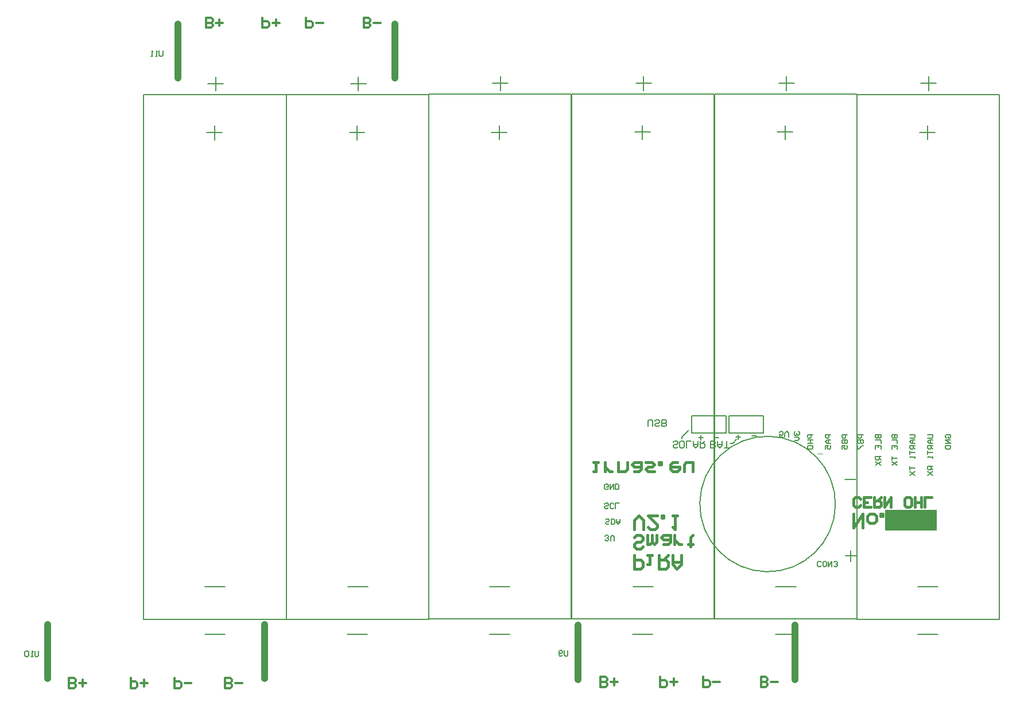
<source format=gbo>
G04*
G04 #@! TF.GenerationSoftware,Altium Limited,Altium Designer,22.8.2 (66)*
G04*
G04 Layer_Color=32896*
%FSAX25Y25*%
%MOIN*%
G70*
G04*
G04 #@! TF.SameCoordinates,6D899778-4568-4F72-86F0-953F423F45E2*
G04*
G04*
G04 #@! TF.FilePolarity,Positive*
G04*
G01*
G75*
%ADD15C,0.00394*%
%ADD16C,0.00787*%
%ADD17C,0.01181*%
%ADD18C,0.00591*%
%ADD196C,0.01575*%
%ADD199C,0.03937*%
%ADD238R,0.30000X0.12362*%
D15*
X0700385Y0414765D02*
X0703337D01*
D16*
X0670629Y0346267D02*
G03*
X0670621Y0346267I0000779J0039364D01*
G01*
X0346441Y0630038D02*
X0355418D01*
X0350930Y0625786D02*
Y0633936D01*
X0391810Y0318562D02*
Y0623562D01*
X0309132Y0318562D02*
X0391810D01*
X0309132D02*
Y0623483D01*
X0309211Y0623562D01*
X0391810D01*
X0350195Y0597262D02*
Y0605412D01*
X0345707Y0601514D02*
X0354683D01*
X0344512Y0309802D02*
X0356205D01*
X0344723Y0337420D02*
X0356416D01*
X0427497Y0337434D02*
X0439190D01*
X0427286Y0309816D02*
X0438979D01*
X0428481Y0601529D02*
X0437458D01*
X0432970Y0597277D02*
Y0605426D01*
X0391985Y0623576D02*
X0474584D01*
X0391907Y0623497D02*
X0391985Y0623576D01*
X0391907Y0318576D02*
Y0623497D01*
Y0318576D02*
X0474584D01*
Y0623576D01*
X0433704Y0625800D02*
Y0633950D01*
X0429216Y0630052D02*
X0438192D01*
X0594938Y0630269D02*
X0603914D01*
X0599426Y0626017D02*
Y0634166D01*
X0640306Y0318792D02*
Y0623792D01*
X0557629Y0318792D02*
X0640306D01*
X0557629D02*
Y0623714D01*
X0557708Y0623792D01*
X0640306D01*
X0598692Y0597493D02*
Y0605643D01*
X0594204Y0601745D02*
X0603180D01*
X0593009Y0310033D02*
X0604702D01*
X0593220Y0337651D02*
X0604913D01*
X0510077Y0337617D02*
X0521770D01*
X0509866Y0309999D02*
X0521559D01*
X0511061Y0601711D02*
X0520037D01*
X0515549Y0597459D02*
Y0605609D01*
X0474565Y0623759D02*
X0557163D01*
X0474486Y0623680D02*
X0474565Y0623759D01*
X0474486Y0318759D02*
Y0623680D01*
Y0318759D02*
X0557163D01*
Y0623759D01*
X0516283Y0625983D02*
Y0634132D01*
X0511795Y0630235D02*
X0520772D01*
X0760464Y0630182D02*
X0769440D01*
X0764952Y0625930D02*
Y0634080D01*
X0805832Y0318706D02*
Y0623706D01*
X0723155Y0318706D02*
X0805832D01*
X0723155D02*
Y0623627D01*
X0723233Y0623706D01*
X0805832D01*
X0764218Y0597407D02*
Y0605556D01*
X0759729Y0601658D02*
X0768706D01*
X0758534Y0309946D02*
X0770227D01*
X0758745Y0337564D02*
X0770438D01*
X0676119Y0337631D02*
X0687812D01*
X0675909Y0310013D02*
X0687602D01*
X0677103Y0601725D02*
X0686080D01*
X0681592Y0597473D02*
Y0605623D01*
X0640607Y0623773D02*
X0723206D01*
X0640529Y0623694D02*
X0640607Y0623773D01*
X0640529Y0318773D02*
Y0623694D01*
Y0318773D02*
X0723206D01*
Y0623773D01*
X0682326Y0625997D02*
Y0634147D01*
X0677838Y0630249D02*
X0686814D01*
X0621488Y0423466D02*
Y0424489D01*
X0653418Y0423073D02*
Y0423111D01*
X0649520Y0420907D02*
X0651251D01*
X0653418Y0423073D01*
X0627237Y0426733D02*
Y0436733D01*
X0647236Y0426733D02*
Y0436733D01*
X0649048Y0426733D02*
Y0436733D01*
X0669047Y0426733D02*
Y0436733D01*
X0621488Y0424489D02*
X0625504Y0428505D01*
X0649048Y0426733D02*
X0669047D01*
X0716528Y0355434D02*
X0722866D01*
X0716410Y0399726D02*
X0722748D01*
X0649048Y0436733D02*
X0669047D01*
X0719776Y0352363D02*
Y0358702D01*
X0627237Y0426733D02*
X0647236D01*
X0627237Y0436733D02*
X0647236D01*
X0576999Y0364869D02*
X0577523Y0364345D01*
X0578573D01*
X0579098Y0364869D01*
Y0365394D01*
X0578573Y0365919D01*
X0578048D01*
X0578573D01*
X0579098Y0366444D01*
Y0366968D01*
X0578573Y0367493D01*
X0577523D01*
X0576999Y0366968D01*
X0580147Y0364345D02*
Y0366444D01*
X0581197Y0367493D01*
X0582246Y0366444D01*
Y0364345D01*
X0708142Y0425985D02*
X0704993D01*
Y0424411D01*
X0705518Y0423886D01*
X0706568D01*
X0707093Y0424411D01*
Y0425985D01*
X0708142Y0422837D02*
X0706043D01*
X0704993Y0421787D01*
X0706043Y0420738D01*
X0708142D01*
X0706568D01*
Y0422837D01*
X0704993Y0417589D02*
Y0419688D01*
X0706568D01*
X0706043Y0418639D01*
Y0418114D01*
X0706568Y0417589D01*
X0707617D01*
X0708142Y0418114D01*
Y0419163D01*
X0707617Y0419688D01*
X0717748Y0425985D02*
X0714600D01*
Y0424411D01*
X0715124Y0423886D01*
X0716174D01*
X0716699Y0424411D01*
Y0425985D01*
X0714600Y0422837D02*
X0717748D01*
Y0421262D01*
X0717224Y0420738D01*
X0716699D01*
X0716174Y0421262D01*
Y0422837D01*
Y0421262D01*
X0715649Y0420738D01*
X0715124D01*
X0714600Y0421262D01*
Y0422837D01*
Y0417589D02*
Y0419688D01*
X0716174D01*
X0715649Y0418639D01*
Y0418114D01*
X0716174Y0417589D01*
X0717224D01*
X0717748Y0418114D01*
Y0419163D01*
X0717224Y0419688D01*
X0726882Y0425985D02*
X0723734D01*
Y0424411D01*
X0724258Y0423886D01*
X0725308D01*
X0725833Y0424411D01*
Y0425985D01*
X0723734Y0422837D02*
X0726882D01*
Y0421262D01*
X0726357Y0420738D01*
X0725833D01*
X0725308Y0421262D01*
Y0422837D01*
Y0421262D01*
X0724783Y0420738D01*
X0724258D01*
X0723734Y0421262D01*
Y0422837D01*
Y0419688D02*
Y0417589D01*
X0724258D01*
X0726357Y0419688D01*
X0726882D01*
X0753970Y0425985D02*
X0756594D01*
X0757118Y0425461D01*
Y0424411D01*
X0756594Y0423886D01*
X0753970D01*
X0757118Y0422837D02*
X0755019D01*
X0753970Y0421787D01*
X0755019Y0420738D01*
X0757118D01*
X0755544D01*
Y0422837D01*
X0757118Y0419688D02*
X0753970D01*
Y0418114D01*
X0754494Y0417589D01*
X0755544D01*
X0756069Y0418114D01*
Y0419688D01*
Y0418639D02*
X0757118Y0417589D01*
X0753970Y0416540D02*
Y0414440D01*
Y0415490D01*
X0757118D01*
Y0413391D02*
Y0412341D01*
Y0412866D01*
X0753970D01*
X0754494Y0413391D01*
X0753970Y0407619D02*
Y0405519D01*
Y0406569D01*
X0757118D01*
X0753970Y0404470D02*
X0757118Y0402371D01*
X0753970D02*
X0757118Y0404470D01*
X0640347Y0424214D02*
X0642971D01*
X0631292Y0424293D02*
X0633915D01*
X0632604Y0422981D02*
Y0425605D01*
X0653142Y0424529D02*
X0655766D01*
X0654454Y0423217D02*
Y0425841D01*
X0662473Y0425199D02*
X0665097D01*
X0680399Y0424648D02*
X0678300D01*
Y0426222D01*
X0679349Y0425697D01*
X0679874D01*
X0680399Y0426222D01*
Y0427272D01*
X0679874Y0427796D01*
X0678824D01*
X0678300Y0427272D01*
X0681448Y0424648D02*
Y0426747D01*
X0682498Y0427796D01*
X0683547Y0426747D01*
Y0424648D01*
X0687368Y0427796D02*
X0686844Y0427272D01*
Y0426222D01*
X0687368Y0425697D01*
X0687893D01*
X0688418Y0426222D01*
Y0426747D01*
Y0426222D01*
X0688943Y0425697D01*
X0689468D01*
X0689992Y0426222D01*
Y0427272D01*
X0689468Y0427796D01*
X0686844Y0424648D02*
X0688943D01*
X0689992Y0423598D01*
X0688943Y0422549D01*
X0686844D01*
X0619152Y0418847D02*
X0618496Y0418191D01*
X0617184D01*
X0616528Y0418847D01*
Y0419503D01*
X0617184Y0420159D01*
X0618496D01*
X0619152Y0420815D01*
Y0421471D01*
X0618496Y0422127D01*
X0617184D01*
X0616528Y0421471D01*
X0622431Y0418191D02*
X0621119D01*
X0620464Y0418847D01*
Y0421471D01*
X0621119Y0422127D01*
X0622431D01*
X0623087Y0421471D01*
Y0418847D01*
X0622431Y0418191D01*
X0624399D02*
Y0422127D01*
X0627023D01*
X0628335D02*
Y0419503D01*
X0629647Y0418191D01*
X0630959Y0419503D01*
Y0422127D01*
Y0420159D01*
X0628335D01*
X0632271Y0422127D02*
Y0418191D01*
X0634239D01*
X0634895Y0418847D01*
Y0420159D01*
X0634239Y0420815D01*
X0632271D01*
X0633583D02*
X0634895Y0422127D01*
X0697748Y0425985D02*
X0694600D01*
Y0424411D01*
X0695124Y0423886D01*
X0696174D01*
X0696699Y0424411D01*
Y0425985D01*
X0694600Y0422837D02*
X0697748D01*
X0696174D01*
Y0420738D01*
X0694600D01*
X0697748D01*
X0695124Y0419688D02*
X0694600Y0419163D01*
Y0418114D01*
X0695124Y0417589D01*
X0697224D01*
X0697748Y0418114D01*
Y0419163D01*
X0697224Y0419688D01*
X0695124D01*
X0734049Y0425985D02*
X0737197D01*
Y0424411D01*
X0736672Y0423886D01*
X0736148D01*
X0735623Y0424411D01*
Y0425985D01*
Y0424411D01*
X0735098Y0423886D01*
X0734573D01*
X0734049Y0424411D01*
Y0425985D01*
Y0422837D02*
X0737197D01*
Y0420738D01*
X0734049Y0417589D02*
Y0419688D01*
X0737197D01*
Y0417589D01*
X0735623Y0419688D02*
Y0418639D01*
X0737197Y0413391D02*
X0734049D01*
Y0411817D01*
X0734573Y0411292D01*
X0735623D01*
X0736148Y0411817D01*
Y0413391D01*
Y0412341D02*
X0737197Y0411292D01*
X0734049Y0410242D02*
X0737197Y0408143D01*
X0734049D02*
X0737197Y0410242D01*
X0743615Y0425985D02*
X0746764D01*
Y0424411D01*
X0746239Y0423886D01*
X0745715D01*
X0745190Y0424411D01*
Y0425985D01*
Y0424411D01*
X0744665Y0423886D01*
X0744140D01*
X0743615Y0424411D01*
Y0425985D01*
Y0422837D02*
X0746764D01*
Y0420738D01*
X0743615Y0417589D02*
Y0419688D01*
X0746764D01*
Y0417589D01*
X0745190Y0419688D02*
Y0418639D01*
X0743615Y0413391D02*
Y0411292D01*
Y0412341D01*
X0746764D01*
X0743615Y0410242D02*
X0746764Y0408143D01*
X0743615D02*
X0746764Y0410242D01*
X0764285Y0425985D02*
X0766909D01*
X0767433Y0425461D01*
Y0424411D01*
X0766909Y0423886D01*
X0764285D01*
X0767433Y0422837D02*
X0765334D01*
X0764285Y0421787D01*
X0765334Y0420738D01*
X0767433D01*
X0765859D01*
Y0422837D01*
X0767433Y0419688D02*
X0764285D01*
Y0418114D01*
X0764810Y0417589D01*
X0765859D01*
X0766384Y0418114D01*
Y0419688D01*
Y0418639D02*
X0767433Y0417589D01*
X0764285Y0416540D02*
Y0414440D01*
Y0415490D01*
X0767433D01*
Y0413391D02*
Y0412341D01*
Y0412866D01*
X0764285D01*
X0764810Y0413391D01*
X0767433Y0407619D02*
X0764285D01*
Y0406044D01*
X0764810Y0405519D01*
X0765859D01*
X0766384Y0406044D01*
Y0407619D01*
Y0406569D02*
X0767433Y0405519D01*
X0764285Y0404470D02*
X0767433Y0402371D01*
X0764285D02*
X0767433Y0404470D01*
X0775158Y0423886D02*
X0774634Y0424411D01*
Y0425461D01*
X0775158Y0425985D01*
X0777257D01*
X0777782Y0425461D01*
Y0424411D01*
X0777257Y0423886D01*
X0776208D01*
Y0424936D01*
X0777782Y0422837D02*
X0774634D01*
X0777782Y0420738D01*
X0774634D01*
Y0419688D02*
X0777782D01*
Y0418114D01*
X0777257Y0417589D01*
X0775158D01*
X0774634Y0418114D01*
Y0419688D01*
X0578902Y0383480D02*
X0578378Y0382955D01*
X0577328D01*
X0576803Y0383480D01*
Y0384004D01*
X0577328Y0384529D01*
X0578378D01*
X0578902Y0385054D01*
Y0385579D01*
X0578378Y0386103D01*
X0577328D01*
X0576803Y0385579D01*
X0582051Y0383480D02*
X0581526Y0382955D01*
X0580477D01*
X0579952Y0383480D01*
Y0385579D01*
X0580477Y0386103D01*
X0581526D01*
X0582051Y0385579D01*
X0583101Y0382955D02*
Y0386103D01*
X0585200D01*
X0602014Y0430735D02*
Y0434014D01*
X0602670Y0434670D01*
X0603982D01*
X0604638Y0434014D01*
Y0430735D01*
X0608574Y0431391D02*
X0607918Y0430735D01*
X0606606D01*
X0605950Y0431391D01*
Y0432047D01*
X0606606Y0432702D01*
X0607918D01*
X0608574Y0433358D01*
Y0434014D01*
X0607918Y0434670D01*
X0606606D01*
X0605950Y0434014D01*
X0609886Y0430735D02*
Y0434670D01*
X0611854D01*
X0612510Y0434014D01*
Y0433358D01*
X0611854Y0432702D01*
X0609886D01*
X0611854D01*
X0612510Y0432047D01*
Y0431391D01*
X0611854Y0430735D01*
X0609886D01*
X0579454Y0374306D02*
X0578929Y0373782D01*
X0577879D01*
X0577355Y0374306D01*
Y0374831D01*
X0577879Y0375356D01*
X0578929D01*
X0579454Y0375881D01*
Y0376405D01*
X0578929Y0376930D01*
X0577879D01*
X0577355Y0376405D01*
X0580503Y0373782D02*
Y0376930D01*
X0582078D01*
X0582602Y0376405D01*
Y0374306D01*
X0582078Y0373782D01*
X0580503D01*
X0583652Y0376930D02*
Y0374831D01*
X0584701Y0373782D01*
X0585751Y0374831D01*
Y0376930D01*
Y0375356D01*
X0583652D01*
X0578824Y0394621D02*
X0578299Y0394097D01*
X0577249D01*
X0576725Y0394621D01*
Y0396720D01*
X0577249Y0397245D01*
X0578299D01*
X0578824Y0396720D01*
Y0395671D01*
X0577774D01*
X0579873Y0397245D02*
Y0394097D01*
X0581972Y0397245D01*
Y0394097D01*
X0583022D02*
Y0397245D01*
X0584596D01*
X0585121Y0396720D01*
Y0394621D01*
X0584596Y0394097D01*
X0583022D01*
X0638418Y0418270D02*
Y0422206D01*
X0640385D01*
X0641041Y0421550D01*
Y0420894D01*
X0640385Y0420238D01*
X0638418D01*
X0640385D01*
X0641041Y0419582D01*
Y0418926D01*
X0640385Y0418270D01*
X0638418D01*
X0642353Y0422206D02*
Y0419582D01*
X0643665Y0418270D01*
X0644977Y0419582D01*
Y0422206D01*
Y0420238D01*
X0642353D01*
X0646289Y0418270D02*
X0648913D01*
X0647601D01*
Y0422206D01*
D17*
X0356318Y0278590D02*
Y0284494D01*
X0359270D01*
X0360254Y0283510D01*
Y0282526D01*
X0359270Y0281542D01*
X0356318D01*
X0359270D01*
X0360254Y0280558D01*
Y0279574D01*
X0359270Y0278590D01*
X0356318D01*
X0362222Y0281542D02*
X0366158D01*
X0436830Y0662409D02*
Y0668313D01*
X0439782D01*
X0440766Y0667329D01*
Y0666345D01*
X0439782Y0665361D01*
X0436830D01*
X0439782D01*
X0440766Y0664377D01*
Y0663393D01*
X0439782Y0662409D01*
X0436830D01*
X0442734Y0665361D02*
X0446670D01*
X0378011Y0668313D02*
Y0662409D01*
X0380963D01*
X0381947Y0663393D01*
Y0665361D01*
X0380963Y0666345D01*
X0378011D01*
X0383915Y0665361D02*
X0387851D01*
X0385883Y0663393D02*
Y0667329D01*
X0574403Y0279259D02*
Y0285163D01*
X0577355D01*
X0578339Y0284179D01*
Y0283195D01*
X0577355Y0282211D01*
X0574403D01*
X0577355D01*
X0578339Y0281227D01*
Y0280243D01*
X0577355Y0279259D01*
X0574403D01*
X0580306Y0282211D02*
X0584242D01*
X0582274Y0280243D02*
Y0284179D01*
X0403366Y0668313D02*
Y0662409D01*
X0406318D01*
X0407301Y0663393D01*
Y0665361D01*
X0406318Y0666345D01*
X0403366D01*
X0409269Y0665361D02*
X0413205D01*
X0609045Y0285163D02*
Y0279259D01*
X0611997D01*
X0612981Y0280243D01*
Y0282211D01*
X0611997Y0283195D01*
X0609045D01*
X0614948Y0282211D02*
X0618884D01*
X0616916Y0280243D02*
Y0284179D01*
X0301476Y0284494D02*
Y0278590D01*
X0304428D01*
X0305412Y0279574D01*
Y0281542D01*
X0304428Y0282526D01*
X0301476D01*
X0307380Y0281542D02*
X0311315D01*
X0309347Y0279574D02*
Y0283510D01*
X0667498Y0279259D02*
Y0285163D01*
X0670450D01*
X0671434Y0284179D01*
Y0283195D01*
X0670450Y0282211D01*
X0667498D01*
X0670450D01*
X0671434Y0281227D01*
Y0280243D01*
X0670450Y0279259D01*
X0667498D01*
X0673402Y0282211D02*
X0677338D01*
X0265807Y0278590D02*
Y0284494D01*
X0268758D01*
X0269742Y0283510D01*
Y0282526D01*
X0268758Y0281542D01*
X0265807D01*
X0268758D01*
X0269742Y0280558D01*
Y0279574D01*
X0268758Y0278590D01*
X0265807D01*
X0271710Y0281542D02*
X0275646D01*
X0273678Y0279574D02*
Y0283510D01*
X0326909Y0284494D02*
Y0278590D01*
X0329861D01*
X0330845Y0279574D01*
Y0281542D01*
X0329861Y0282526D01*
X0326909D01*
X0332813Y0281542D02*
X0336748D01*
X0345216Y0662409D02*
Y0668313D01*
X0348168D01*
X0349152Y0667329D01*
Y0666345D01*
X0348168Y0665361D01*
X0345216D01*
X0348168D01*
X0349152Y0664377D01*
Y0663393D01*
X0348168Y0662409D01*
X0345216D01*
X0351120Y0665361D02*
X0355055D01*
X0353088Y0663393D02*
Y0667329D01*
X0633890Y0285163D02*
Y0279259D01*
X0636842D01*
X0637826Y0280243D01*
Y0282211D01*
X0636842Y0283195D01*
X0633890D01*
X0639794Y0282211D02*
X0643730D01*
D18*
X0702484Y0349739D02*
X0701959Y0349215D01*
X0700909D01*
X0700385Y0349739D01*
Y0351838D01*
X0700909Y0352363D01*
X0701959D01*
X0702484Y0351838D01*
X0705107Y0349215D02*
X0704058D01*
X0703533Y0349739D01*
Y0351838D01*
X0704058Y0352363D01*
X0705107D01*
X0705632Y0351838D01*
Y0349739D01*
X0705107Y0349215D01*
X0706682Y0352363D02*
Y0349215D01*
X0708781Y0352363D01*
Y0349215D01*
X0709830Y0349739D02*
X0710355Y0349215D01*
X0711405D01*
X0711929Y0349739D01*
Y0350264D01*
X0711405Y0350789D01*
X0710880D01*
X0711405D01*
X0711929Y0351314D01*
Y0351838D01*
X0711405Y0352363D01*
X0710355D01*
X0709830Y0351838D01*
X0320177Y0649178D02*
Y0646554D01*
X0319652Y0646029D01*
X0318602D01*
X0318078Y0646554D01*
Y0649178D01*
X0317028Y0646029D02*
X0315979D01*
X0316503D01*
Y0649178D01*
X0317028Y0648653D01*
X0314404Y0646029D02*
X0313355D01*
X0313879D01*
Y0649178D01*
X0314404Y0648653D01*
X0247972Y0300123D02*
Y0297499D01*
X0247447Y0296974D01*
X0246398D01*
X0245873Y0297499D01*
Y0300123D01*
X0244823Y0296974D02*
X0243774D01*
X0244299D01*
Y0300123D01*
X0244823Y0299598D01*
X0242200D02*
X0241675Y0300123D01*
X0240625D01*
X0240101Y0299598D01*
Y0297499D01*
X0240625Y0296974D01*
X0241675D01*
X0242200Y0297499D01*
Y0299598D01*
X0555413Y0300437D02*
Y0297814D01*
X0554888Y0297289D01*
X0553839D01*
X0553314Y0297814D01*
Y0300437D01*
X0552264Y0297814D02*
X0551740Y0297289D01*
X0550690D01*
X0550165Y0297814D01*
Y0299913D01*
X0550690Y0300437D01*
X0551740D01*
X0552264Y0299913D01*
Y0299388D01*
X0551740Y0298863D01*
X0550165D01*
D196*
X0593851Y0355788D02*
Y0347917D01*
X0597786D01*
X0599098Y0349229D01*
Y0351853D01*
X0597786Y0353165D01*
X0593851D01*
X0601722Y0355788D02*
X0604346D01*
X0603034D01*
Y0350541D01*
X0601722D01*
X0608282Y0355788D02*
Y0347917D01*
X0612217D01*
X0613529Y0349229D01*
Y0351853D01*
X0612217Y0353165D01*
X0608282D01*
X0610906D02*
X0613529Y0355788D01*
X0616153D02*
Y0350541D01*
X0618777Y0347917D01*
X0621401Y0350541D01*
Y0355788D01*
Y0351853D01*
X0616153D01*
X0594087Y0371027D02*
Y0376275D01*
X0596711Y0378899D01*
X0599334Y0376275D01*
Y0371027D01*
X0607206Y0378899D02*
X0601958D01*
X0607206Y0373651D01*
Y0372339D01*
X0605894Y0371027D01*
X0603270D01*
X0601958Y0372339D01*
X0609830Y0378899D02*
Y0377587D01*
X0611142D01*
Y0378899D01*
X0609830D01*
X0616389D02*
X0619013D01*
X0617701D01*
Y0371027D01*
X0616389Y0372339D01*
X0721369Y0379844D02*
Y0371972D01*
X0726616Y0379844D01*
Y0371972D01*
X0730552Y0379844D02*
X0733176D01*
X0734488Y0378532D01*
Y0375908D01*
X0733176Y0374596D01*
X0730552D01*
X0729240Y0375908D01*
Y0378532D01*
X0730552Y0379844D01*
X0737112D02*
Y0378532D01*
X0738424D01*
Y0379844D01*
X0737112D01*
X0725383Y0384727D02*
X0724399Y0383743D01*
X0722432D01*
X0721448Y0384727D01*
Y0388663D01*
X0722432Y0389647D01*
X0724399D01*
X0725383Y0388663D01*
X0731287Y0383743D02*
X0727351D01*
Y0389647D01*
X0731287D01*
X0727351Y0386695D02*
X0729319D01*
X0733255Y0389647D02*
Y0383743D01*
X0736207D01*
X0737190Y0384727D01*
Y0386695D01*
X0736207Y0387679D01*
X0733255D01*
X0735223D02*
X0737190Y0389647D01*
X0739158D02*
Y0383743D01*
X0743094Y0389647D01*
Y0383743D01*
X0753917D02*
X0751950D01*
X0750966Y0384727D01*
Y0388663D01*
X0751950Y0389647D01*
X0753917D01*
X0754901Y0388663D01*
Y0384727D01*
X0753917Y0383743D01*
X0756869D02*
Y0389647D01*
Y0386695D01*
X0760805D01*
Y0383743D01*
Y0389647D01*
X0762773Y0383743D02*
Y0389647D01*
X0766709D01*
X0599098Y0360934D02*
X0597786Y0359622D01*
X0595163D01*
X0593851Y0360934D01*
Y0362245D01*
X0595163Y0363557D01*
X0597786D01*
X0599098Y0364869D01*
Y0366181D01*
X0597786Y0367493D01*
X0595163D01*
X0593851Y0366181D01*
X0601722Y0367493D02*
Y0362245D01*
X0603034D01*
X0604346Y0363557D01*
Y0367493D01*
Y0363557D01*
X0605658Y0362245D01*
X0606970Y0363557D01*
Y0367493D01*
X0610906Y0362245D02*
X0613529D01*
X0614841Y0363557D01*
Y0367493D01*
X0610906D01*
X0609594Y0366181D01*
X0610906Y0364869D01*
X0614841D01*
X0617465Y0362245D02*
Y0367493D01*
Y0364869D01*
X0618777Y0363557D01*
X0620089Y0362245D01*
X0621401D01*
X0626649Y0360934D02*
Y0362245D01*
X0625337D01*
X0627960D01*
X0626649D01*
Y0366181D01*
X0627960Y0367493D01*
X0570347Y0409962D02*
X0572970D01*
X0571659D01*
Y0404714D01*
X0570347D01*
X0576906D02*
Y0409962D01*
Y0407338D01*
X0578218Y0406026D01*
X0579530Y0404714D01*
X0580842D01*
X0584778Y0409962D02*
Y0404714D01*
X0588714D01*
X0590025Y0406026D01*
Y0409962D01*
X0593961Y0404714D02*
X0596585D01*
X0597897Y0406026D01*
Y0409962D01*
X0593961D01*
X0592649Y0408650D01*
X0593961Y0407338D01*
X0597897D01*
X0600521Y0409962D02*
X0604456D01*
X0605768Y0408650D01*
X0604456Y0407338D01*
X0601833D01*
X0600521Y0406026D01*
X0601833Y0404714D01*
X0605768D01*
X0608392Y0409962D02*
Y0408650D01*
X0609704D01*
Y0409962D01*
X0608392D01*
X0618888D02*
X0616264D01*
X0614952Y0408650D01*
Y0406026D01*
X0616264Y0404714D01*
X0618888D01*
X0620199Y0406026D01*
Y0407338D01*
X0614952D01*
X0622823Y0404714D02*
Y0408650D01*
X0624135Y0409962D01*
X0628071D01*
Y0404714D01*
D199*
X0329077Y0633098D02*
Y0664594D01*
X0455061Y0633098D02*
Y0664594D01*
X0379326Y0284174D02*
Y0315670D01*
X0253342Y0284174D02*
Y0315670D01*
X0687305Y0283569D02*
Y0315066D01*
X0561320Y0283569D02*
Y0315066D01*
D238*
X0754796Y0376300D02*
D03*
M02*

</source>
